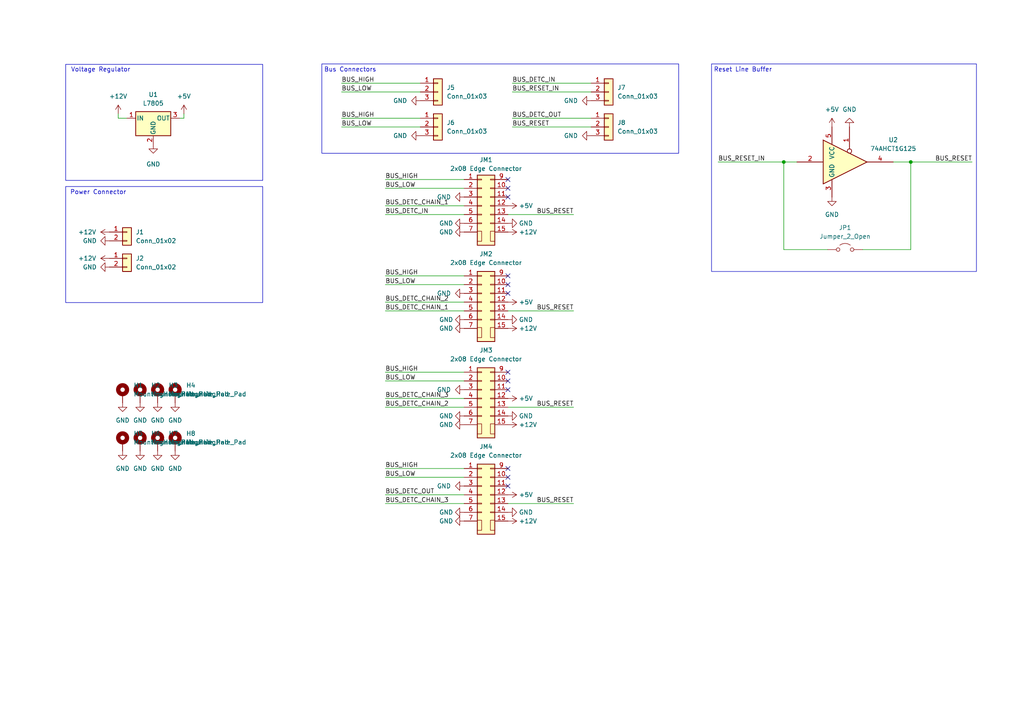
<source format=kicad_sch>
(kicad_sch (version 20250114) (generator "eeschema") (generator_version "9.0")
  (paper "A4")
  (title_block (title "Split-Flap Module Backplane") (date "2025-10-11") (rev "0") (company "Dennis Gunia www.dennisgunia.de"))
  (lib_symbols
    (symbol "74xGxx:74AHCT1G125"
      (property "Reference" "U" (at -2.54 3.81 0))
      (property "Value" "74AHCT1G125" (at 0 -3.81 0))
      (symbol "74AHCT1G125_0_1"
        (polyline (pts (xy -7.62 6.35) (xy -7.62 -6.35) (xy 5.08 0) (xy -7.62 6.35)) (stroke (width 0.254)) (fill (type background)))
      )
      (symbol "74AHCT1G125_1_1"
        (pin input line (at -15.24 0 0) (length 7.62) (name "~") (number "2"))
        (pin power_in line (at -5.08 10.16 270) (length 5.08) (name "VCC") (number "5"))
        (pin power_in line (at -5.08 -10.16 90) (length 5.08) (name "GND") (number "3"))
        (pin input inverted (at 0 10.16 270) (length 7.62) (name "~") (number "1"))
        (pin tri_state line (at 12.7 0 180) (length 7.62) (name "~") (number "4"))
      )
    )
    (symbol "Connector_Generic:Conn_01x02" (pin_names (offset 1.016) (hide yes))
      (property "Reference" "J" (at 0 2.54 0))
      (property "Value" "Conn_01x02" (at 0 -5.08 0))
      (symbol "Conn_01x02_1_1"
        (rectangle (start -1.27 1.27) (end 1.27 -3.81) (stroke (width 0.254)) (fill (type background)))
        (rectangle (start -1.27 0.127) (end 0 -0.127) (stroke (width 0.1524)))
        (rectangle (start -1.27 -2.413) (end 0 -2.667) (stroke (width 0.1524)))
        (pin passive line (at -5.08 0 0) (length 3.81) (name "Pin_1") (number "1"))
        (pin passive line (at -5.08 -2.54 0) (length 3.81) (name "Pin_2") (number "2"))
      )
    )
    (symbol "Connector_Generic:Conn_01x03" (pin_names (offset 1.016) (hide yes))
      (property "Reference" "J" (at 0 5.08 0))
      (property "Value" "Conn_01x03" (at 0 -5.08 0))
      (symbol "Conn_01x03_1_1"
        (rectangle (start -1.27 3.81) (end 1.27 -3.81) (stroke (width 0.254)) (fill (type background)))
        (rectangle (start -1.27 2.667) (end 0 2.413) (stroke (width 0.1524)))
        (rectangle (start -1.27 0.127) (end 0 -0.127) (stroke (width 0.1524)))
        (rectangle (start -1.27 -2.413) (end 0 -2.667) (stroke (width 0.1524)))
        (pin passive line (at -5.08 2.54 0) (length 3.81) (name "Pin_1") (number "1"))
        (pin passive line (at -5.08 0 0) (length 3.81) (name "Pin_2") (number "2"))
        (pin passive line (at -5.08 -2.54 0) (length 3.81) (name "Pin_3") (number "3"))
      )
    )
    (symbol "Connector_Generic:Conn_02x08_Top_Bottom" (pin_names (offset 1.016) (hide yes))
      (property "Reference" "J6" (at 1.27 13.335 0))
      (property "Value" "2x08 Edge Connector" (at 1.27 10.795 0))
      (symbol "Conn_02x08_Top_Bottom_1_1"
        (rectangle (start -1.27 8.89) (end 3.81 -11.43) (stroke (width 0.254)) (fill (type background)))
        (rectangle (start -1.27 7.747) (end 0 7.493) (stroke (width 0.1524)))
        (rectangle (start -1.27 5.207) (end 0 4.953) (stroke (width 0.1524)))
        (rectangle (start -1.27 2.667) (end 0 2.413) (stroke (width 0.1524)))
        (rectangle (start -1.27 0.127) (end 0 -0.127) (stroke (width 0.1524)))
        (rectangle (start -1.27 -2.413) (end 0 -2.667) (stroke (width 0.1524)))
        (rectangle (start -1.27 -4.953) (end 0 -5.207) (stroke (width 0.1524)))
        (rectangle (start -1.27 -7.366) (end 0 -10.287) (stroke (width 0.1524)))
        (rectangle (start 2.54 -7.366) (end 3.81 -10.287) (stroke (width 0.1524)))
        (rectangle (start 3.81 7.747) (end 2.54 7.493) (stroke (width 0.1524)))
        (rectangle (start 3.81 5.207) (end 2.54 4.953) (stroke (width 0.1524)))
        (rectangle (start 3.81 2.667) (end 2.54 2.413) (stroke (width 0.1524)))
        (rectangle (start 3.81 0.127) (end 2.54 -0.127) (stroke (width 0.1524)))
        (rectangle (start 3.81 -2.413) (end 2.54 -2.667) (stroke (width 0.1524)))
        (rectangle (start 3.81 -4.953) (end 2.54 -5.207) (stroke (width 0.1524)))
        (pin passive line (at -5.08 7.62 0) (length 3.81) (name "Pin_1") (number "1"))
        (pin passive line (at -5.08 5.08 0) (length 3.81) (name "Pin_2") (number "2"))
        (pin passive line (at -5.08 2.54 0) (length 3.81) (name "Pin_3") (number "3"))
        (pin passive line (at -5.08 0 0) (length 3.81) (name "Pin_4") (number "4"))
        (pin passive line (at -5.08 -2.54 0) (length 3.81) (name "Pin_5") (number "5"))
        (pin passive line (at -5.08 -5.08 0) (length 3.81) (name "Pin_6") (number "6"))
        (pin passive line (at -5.08 -7.62 0) (length 3.81) (name "Pin_7") (number "7"))
        (pin no_connect line (at -5.08 -10.16 0) (length 3.81) (hide yes) (name "Pin_8") (number "8"))
        (pin passive line (at 7.62 7.62 180) (length 3.81) (name "Pin_9") (number "9"))
        (pin passive line (at 7.62 5.08 180) (length 3.81) (name "Pin_10") (number "10"))
        (pin passive line (at 7.62 2.54 180) (length 3.81) (name "Pin_11") (number "11"))
        (pin passive line (at 7.62 0 180) (length 3.81) (name "Pin_12") (number "12"))
        (pin passive line (at 7.62 -2.54 180) (length 3.81) (name "Pin_13") (number "13"))
        (pin passive line (at 7.62 -5.08 180) (length 3.81) (name "Pin_14") (number "14"))
        (pin passive line (at 7.62 -7.62 180) (length 3.81) (name "Pin_15") (number "15"))
        (pin no_connect line (at 7.62 -10.16 180) (length 3.81) (hide yes) (name "Pin_16") (number "16"))
      )
    )
    (symbol "Jumper:Jumper_2_Open" (pin_numbers (hide yes)) (pin_names (offset 0) (hide yes))
      (property "Reference" "JP" (at 0 2.794 0))
      (property "Value" "Jumper_2_Open" (at 0 -2.286 0))
      (symbol "Jumper_2_Open_0_0"
        (circle (center -2.032 0) (radius 0.508))
        (circle (center 2.032 0) (radius 0.508))
      )
      (symbol "Jumper_2_Open_0_1"
        (arc (start -1.524 1.27) (mid 0 1.778) (end 1.524 1.27))
      )
      (symbol "Jumper_2_Open_1_1"
        (pin passive line (at -5.08 0 0) (length 2.54) (name "A") (number "1"))
        (pin passive line (at 5.08 0 180) (length 2.54) (name "B") (number "2"))
      )
    )
    (symbol "Mechanical:MountingHole_Pad" (pin_numbers (hide yes)) (pin_names (offset 1.016) (hide yes))
      (property "Reference" "H" (at 0 6.35 0))
      (property "Value" "MountingHole_Pad" (at 0 4.445 0))
      (symbol "MountingHole_Pad_0_1"
        (circle (center 0 1.27) (radius 1.27) (stroke (width 1.27)))
      )
      (symbol "MountingHole_Pad_1_1"
        (pin input line (at 0 -2.54 90) (length 2.54) (name "1") (number "1"))
      )
    )
    (symbol "Regulator_Linear:L7805" (pin_names (offset 0.254))
      (property "Reference" "U" (at -3.81 3.175 0))
      (property "Value" "L7805" (at 0 3.175 0))
      (symbol "L7805_0_1"
        (rectangle (start -5.08 1.905) (end 5.08 -5.08) (stroke (width 0.254)) (fill (type background)))
      )
      (symbol "L7805_1_1"
        (pin power_in line (at -7.62 0 0) (length 2.54) (name "IN") (number "1"))
        (pin power_in line (at 0 -7.62 90) (length 2.54) (name "GND") (number "2"))
        (pin power_out line (at 7.62 0 180) (length 2.54) (name "OUT") (number "3"))
      )
    )
    (symbol "power:+12V" (power) (pin_names (offset 0))
      (property "Value" "+12V" (at 0 3.556 0))
      (symbol "+12V_0_1"
        (polyline (pts (xy -0.762 1.27) (xy 0 2.54)))
        (polyline (pts (xy 0 2.54) (xy 0.762 1.27)))
        (polyline (pts (xy 0 0) (xy 0 2.54)))
      )
      (symbol "+12V_1_1"
        (pin power_in line (at 0 0 90) (length 0) (hide yes) (name "+12V") (number "1"))
      )
    )
    (symbol "power:+5V" (power) (pin_names (offset 0))
      (property "Value" "+5V" (at 0 3.556 0))
      (symbol "+5V_0_1"
        (polyline (pts (xy -0.762 1.27) (xy 0 2.54)))
        (polyline (pts (xy 0 2.54) (xy 0.762 1.27)))
        (polyline (pts (xy 0 0) (xy 0 2.54)))
      )
      (symbol "+5V_1_1"
        (pin power_in line (at 0 0 90) (length 0) (hide yes) (name "+5V") (number "1"))
      )
    )
    (symbol "power:GND" (power) (pin_names (offset 0))
      (property "Value" "GND" (at 0 -3.81 0))
      (symbol "GND_0_1"
        (polyline (pts (xy 0 0) (xy 0 -1.27) (xy 1.27 -1.27) (xy 0 -2.54) (xy -1.27 -1.27) (xy 0 -1.27)))
      )
      (symbol "GND_1_1"
        (pin power_in line (at 0 0 270) (length 0) (hide yes) (name "GND") (number "1"))
      )
    )
  )
  (rectangle (start 19.05 54.102) (end 76.2 87.757))
  (rectangle (start 19.05 18.669) (end 76.2 52.324))
  (rectangle (start 93.345 18.542) (end 196.85 44.45))
  (rectangle (start 206.375 18.542) (end 283.21 78.74))
  (text "Voltage Regulator\n" (at 29.21 20.32 0) (effects (font (size 1.27 1.27))))
  (text "Reset Line Buffer\n" (at 207.01 20.32 0) (effects (font (size 1.27 1.27)) (justify left)))
  (text "Power Connector" (at 20.32 55.88 0) (effects (font (size 1.27 1.27)) (justify left)))
  (text "Bus Connectors" (at 93.98 20.32 0) (effects (font (size 1.27 1.27)) (justify left)))
  (junction (at 227.33 46.99))
  (junction (at 264.16 46.99))
  (no_connect (at 147.32 140.97))
  (no_connect (at 147.32 52.07))
  (no_connect (at 147.32 110.49))
  (no_connect (at 147.32 107.95))
  (no_connect (at 147.32 82.55))
  (no_connect (at 147.32 54.61))
  (no_connect (at 147.32 57.15))
  (no_connect (at 147.32 113.03))
  (no_connect (at 147.32 80.01))
  (no_connect (at 147.32 85.09))
  (no_connect (at 147.32 138.43))
  (no_connect (at 147.32 135.89))
  (wire (pts (xy 111.76 138.43) (xy 134.62 138.43)))
  (wire (pts (xy 134.62 80.01) (xy 111.76 80.01)))
  (wire (pts (xy 171.45 24.13) (xy 148.59 24.13)))
  (wire (pts (xy 34.29 34.29) (xy 34.29 33.02)))
  (wire (pts (xy 227.33 72.39) (xy 227.33 46.99)))
  (wire (pts (xy 134.62 107.95) (xy 111.76 107.95)))
  (wire (pts (xy 134.62 52.07) (xy 111.76 52.07)))
  (wire (pts (xy 99.06 36.83) (xy 121.92 36.83)))
  (wire (pts (xy 264.16 46.99) (xy 259.08 46.99)))
  (wire (pts (xy 281.94 46.99) (xy 264.16 46.99)))
  (wire (pts (xy 134.62 115.57) (xy 111.76 115.57)))
  (wire (pts (xy 134.62 90.17) (xy 111.76 90.17)))
  (wire (pts (xy 148.59 26.67) (xy 171.45 26.67)))
  (wire (pts (xy 134.62 118.11) (xy 111.76 118.11)))
  (wire (pts (xy 240.03 72.39) (xy 227.33 72.39)))
  (wire (pts (xy 134.62 87.63) (xy 111.76 87.63)))
  (wire (pts (xy 111.76 82.55) (xy 134.62 82.55)))
  (wire (pts (xy 208.28 46.99) (xy 227.33 46.99)))
  (wire (pts (xy 147.32 146.05) (xy 166.37 146.05)))
  (wire (pts (xy 134.62 135.89) (xy 111.76 135.89)))
  (wire (pts (xy 99.06 26.67) (xy 121.92 26.67)))
  (wire (pts (xy 147.32 90.17) (xy 166.37 90.17)))
  (wire (pts (xy 147.32 118.11) (xy 166.37 118.11)))
  (wire (pts (xy 227.33 46.99) (xy 231.14 46.99)))
  (wire (pts (xy 134.62 62.23) (xy 111.76 62.23)))
  (wire (pts (xy 148.59 36.83) (xy 171.45 36.83)))
  (wire (pts (xy 53.34 34.29) (xy 53.34 33.02)))
  (wire (pts (xy 134.62 143.51) (xy 111.76 143.51)))
  (wire (pts (xy 111.76 54.61) (xy 134.62 54.61)))
  (wire (pts (xy 171.45 34.29) (xy 148.59 34.29)))
  (wire (pts (xy 250.19 72.39) (xy 264.16 72.39)))
  (wire (pts (xy 52.07 34.29) (xy 53.34 34.29)))
  (wire (pts (xy 147.32 62.23) (xy 166.37 62.23)))
  (wire (pts (xy 121.92 34.29) (xy 99.06 34.29)))
  (wire (pts (xy 36.83 34.29) (xy 34.29 34.29)))
  (wire (pts (xy 264.16 72.39) (xy 264.16 46.99)))
  (wire (pts (xy 121.92 24.13) (xy 99.06 24.13)))
  (wire (pts (xy 111.76 110.49) (xy 134.62 110.49)))
  (wire (pts (xy 134.62 146.05) (xy 111.76 146.05)))
  (wire (pts (xy 134.62 59.69) (xy 111.76 59.69)))
  (label "BUS_DETC_CHAIN_2" (at 111.76 118.11 0))
  (label "BUS_RESET" (at 166.37 118.11 180))
  (label "BUS_RESET" (at 166.37 90.17 180))
  (label "BUS_DETC_CHAIN_1" (at 111.76 90.17 0))
  (label "BUS_HIGH" (at 111.76 80.01 0))
  (label "BUS_HIGH" (at 111.76 107.95 0))
  (label "BUS_DETC_CHAIN_1" (at 111.76 59.69 0))
  (label "BUS_DETC_CHAIN_3" (at 111.76 115.57 0))
  (label "BUS_LOW" (at 111.76 138.43 0))
  (label "BUS_HIGH" (at 99.06 34.29 0))
  (label "BUS_RESET" (at 148.59 36.83 0))
  (label "BUS_DETC_OUT" (at 111.76 143.51 0))
  (label "BUS_LOW" (at 99.06 26.67 0))
  (label "BUS_DETC_IN" (at 148.59 24.13 0))
  (label "BUS_HIGH" (at 111.76 135.89 0))
  (label "BUS_DETC_CHAIN_2" (at 111.76 87.63 0))
  (label "BUS_LOW" (at 99.06 36.83 0))
  (label "BUS_LOW" (at 111.76 110.49 0))
  (label "BUS_RESET" (at 166.37 62.23 180))
  (label "BUS_LOW" (at 111.76 82.55 0))
  (label "BUS_HIGH" (at 99.06 24.13 0))
  (label "BUS_LOW" (at 111.76 54.61 0))
  (label "BUS_DETC_IN" (at 111.76 62.23 0))
  (label "BUS_RESET_IN" (at 208.28 46.99 0))
  (label "BUS_RESET" (at 166.37 146.05 180))
  (label "BUS_HIGH" (at 111.76 52.07 0))
  (label "BUS_RESET_IN" (at 148.59 26.67 0))
  (label "BUS_RESET" (at 281.94 46.99 180))
  (label "BUS_DETC_CHAIN_3" (at 111.76 146.05 0))
  (label "BUS_DETC_OUT" (at 148.59 34.29 0))
  (symbol (lib_id "Mechanical:MountingHole_Pad") (at 50.8 128.27 0) (unit 1)
    (property "Reference" "H8" (at 53.975 125.7299 0) (effects (justify left)))
    (property "Value" "MountingHole_Pad" (at 53.975 128.2699 0) (effects (justify left)))
    (property "Footprint" "MountingHole:MountingHole_2.7mm_M2.5_DIN965_Pad" (effects (hide yes)))
  )
  (symbol (lib_id "power:GND") (at 134.62 64.77 270) (unit 1)
    (property "Reference" "#PWR017" (effects (hide yes)))
    (property "Value" "GND" (at 131.445 64.77 90) (effects (justify right)))
  )
  (symbol (lib_id "power:+5V") (at 147.32 59.69 270) (unit 1)
    (property "Reference" "#PWR025" (effects (hide yes)))
    (property "Value" "+5V" (at 150.495 59.69 90) (effects (justify left)))
  )
  (symbol (lib_id "power:GND") (at 40.64 116.84 0) (unit 1)
    (property "Reference" "#PWR09" (effects (hide yes)))
    (property "Value" "GND" (at 40.64 121.92 0))
  )
  (symbol (lib_id "Mechanical:MountingHole_Pad") (at 50.8 114.3 0) (unit 1)
    (property "Reference" "H4" (at 53.975 111.7599 0) (effects (justify left)))
    (property "Value" "MountingHole_Pad" (at 53.975 114.2999 0) (effects (justify left)))
    (property "Footprint" "MountingHole:MountingHole_2.7mm_M2.5_DIN965_Pad" (effects (hide yes)))
  )
  (symbol (lib_id "power:+12V") (at 34.29 33.02 0) (unit 1)
    (property "Reference" "#PWR05" (effects (hide yes)))
    (property "Value" "+12V" (at 34.29 27.94 0))
  )
  (symbol (lib_id "power:+12V") (at 31.75 74.93 90) (unit 1)
    (property "Reference" "#PWR044" (effects (hide yes)))
    (property "Value" "+12V" (at 27.94 74.9299 90) (effects (justify left)))
  )
  (symbol (lib_id "Connector_Generic:Conn_02x08_Top_Bottom") (at 139.7 143.51 0) (unit 1)
    (property "Reference" "JM4" (at 140.97 129.54 0))
    (property "Value" "2x08 Edge Connector" (at 140.97 132.08 0))
    (property "Footprint" "Dennis:Card-Socket Flap Module" (effects (hide yes)))
  )
  (symbol (lib_id "power:GND") (at 35.56 116.84 0) (unit 1)
    (property "Reference" "#PWR08" (effects (hide yes)))
    (property "Value" "GND" (at 35.56 121.92 0))
  )
  (symbol (lib_id "power:GND") (at 134.62 120.65 270) (unit 1)
    (property "Reference" "#PWR029" (effects (hide yes)))
    (property "Value" "GND" (at 131.445 120.65 90) (effects (justify right)))
  )
  (symbol (lib_id "power:+5V") (at 147.32 143.51 270) (unit 1)
    (property "Reference" "#PWR037" (effects (hide yes)))
    (property "Value" "+5V" (at 150.495 143.51 90) (effects (justify left)))
  )
  (symbol (lib_id "power:GND") (at 134.62 67.31 270) (unit 1)
    (property "Reference" "#PWR024" (effects (hide yes)))
    (property "Value" "GND" (at 131.445 67.31 90) (effects (justify right)))
  )
  (symbol (lib_id "power:GND") (at 147.32 120.65 90) (unit 1)
    (property "Reference" "#PWR032" (effects (hide yes)))
    (property "Value" "GND" (at 150.495 120.65 90) (effects (justify right)))
  )
  (symbol (lib_id "power:+12V") (at 147.32 151.13 270) (unit 1)
    (property "Reference" "#PWR039" (effects (hide yes)))
    (property "Value" "+12V" (at 150.495 151.13 90) (effects (justify left)))
  )
  (symbol (lib_id "power:+5V") (at 147.32 87.63 270) (unit 1)
    (property "Reference" "#PWR019" (effects (hide yes)))
    (property "Value" "+5V" (at 150.495 87.63 90) (effects (justify left)))
  )
  (symbol (lib_id "Mechanical:MountingHole_Pad") (at 40.64 128.27 0) (unit 1)
    (property "Reference" "H6" (at 43.815 125.7299 0) (effects (justify left)))
    (property "Value" "MountingHole_Pad" (at 43.815 128.2699 0) (effects (justify left)))
    (property "Footprint" "MountingHole:MountingHole_2.7mm_M2.5_DIN965_Pad" (effects (hide yes)))
  )
  (symbol (lib_id "power:GND") (at 134.62 148.59 270) (unit 1)
    (property "Reference" "#PWR035" (effects (hide yes)))
    (property "Value" "GND" (at 131.445 148.59 90) (effects (justify right)))
  )
  (symbol (lib_id "power:GND") (at 45.72 116.84 0) (unit 1)
    (property "Reference" "#PWR010" (effects (hide yes)))
    (property "Value" "GND" (at 45.72 121.92 0))
  )
  (symbol (lib_id "power:GND") (at 147.32 92.71 90) (unit 1)
    (property "Reference" "#PWR022" (effects (hide yes)))
    (property "Value" "GND" (at 150.495 92.71 90) (effects (justify right)))
  )
  (symbol (lib_id "power:+12V") (at 31.75 67.31 90) (unit 1)
    (property "Reference" "#PWR03" (effects (hide yes)))
    (property "Value" "+12V" (at 27.94 67.3099 90) (effects (justify left)))
  )
  (symbol (lib_id "power:GND") (at 246.38 36.83 180) (unit 1)
    (property "Reference" "#PWR046" (effects (hide yes)))
    (property "Value" "GND" (at 246.38 31.75 0))
  )
  (symbol (lib_id "power:GND") (at 134.62 57.15 270) (unit 1)
    (property "Reference" "#PWR016" (effects (hide yes)))
    (property "Value" "GND" (at 130.81 57.15 90) (effects (justify right)))
  )
  (symbol (lib_id "power:GND") (at 134.62 85.09 270) (unit 1)
    (property "Reference" "#PWR023" (effects (hide yes)))
    (property "Value" "GND" (at 130.81 85.09 90) (effects (justify right)))
  )
  (symbol (lib_id "power:GND") (at 134.62 113.03 270) (unit 1)
    (property "Reference" "#PWR028" (effects (hide yes)))
    (property "Value" "GND" (at 130.81 113.03 90) (effects (justify right)))
  )
  (symbol (lib_id "power:GND") (at 121.92 39.37 270) (unit 1)
    (property "Reference" "#PWR041" (effects (hide yes)))
    (property "Value" "GND" (at 118.11 39.37 90) (effects (justify right)))
  )
  (symbol (lib_id "Connector_Generic:Conn_01x02") (at 36.83 74.93 0) (unit 1)
    (property "Reference" "J2" (at 39.37 74.9299 0) (effects (justify left)))
    (property "Value" "Conn_01x02" (at 39.37 77.4699 0) (effects (justify left)))
    (property "Footprint" "Connector_Phoenix_MSTB:PhoenixContact_MSTBA_2,5_2-G-5,08_1x02_P5.08mm_Horizontal" (effects (hide yes)))
    (property "Description" "Generic connector, single row, 01x02, script generated (kicad-library-utils/schlib/autogen/connector/)" (effects (hide yes)))
  )
  (symbol (lib_id "power:GND") (at 121.92 29.21 270) (unit 1)
    (property "Reference" "#PWR040" (effects (hide yes)))
    (property "Value" "GND" (at 118.11 29.21 90) (effects (justify right)))
  )
  (symbol (lib_id "Connector_Generic:Conn_01x02") (at 36.83 67.31 0) (unit 1)
    (property "Reference" "J1" (at 39.37 67.3099 0) (effects (justify left)))
    (property "Value" "Conn_01x02" (at 39.37 69.8499 0) (effects (justify left)))
    (property "Footprint" "Connector_Phoenix_MSTB:PhoenixContact_MSTBA_2,5_2-G-5,08_1x02_P5.08mm_Horizontal" (effects (hide yes)))
    (property "Description" "Generic connector, single row, 01x02, script generated (kicad-library-utils/schlib/autogen/connector/)" (effects (hide yes)))
  )
  (symbol (lib_id "Regulator_Linear:L7805") (at 44.45 34.29 0) (unit 1)
    (property "Reference" "U1" (at 44.45 27.432 0))
    (property "Value" "L7805" (at 44.45 29.972 0))
    (property "Footprint" "Package_TO_SOT_THT:TO-220-3_Horizontal_TabDown" (effects (hide yes)))
    (property "Datasheet" "http://www.st.com/content/ccc/resource/technical/document/datasheet/41/4f/b3/b0/12/d4/47/88/CD00000444.pdf/files/CD00000444.pdf/jcr:content/translations/en.CD00000444.pdf" (effects (hide yes)))
  )
  (symbol (lib_id "power:GND") (at 171.45 39.37 270) (unit 1)
    (property "Reference" "#PWR043" (effects (hide yes)))
    (property "Value" "GND" (at 167.64 39.37 90) (effects (justify right)))
  )
  (symbol (lib_id "Connector_Generic:Conn_02x08_Top_Bottom") (at 139.7 87.63 0) (unit 1)
    (property "Reference" "JM2" (at 140.97 73.66 0))
    (property "Value" "2x08 Edge Connector" (at 140.97 76.2 0))
    (property "Footprint" "Dennis:Card-Socket Flap Module" (effects (hide yes)))
  )
  (symbol (lib_id "power:GND") (at 241.3 57.15 0) (unit 1)
    (property "Reference" "#PWR01" (effects (hide yes)))
    (property "Value" "GND" (at 241.3 62.23 0))
  )
  (symbol (lib_id "power:GND") (at 171.45 29.21 270) (unit 1)
    (property "Reference" "#PWR042" (effects (hide yes)))
    (property "Value" "GND" (at 167.64 29.21 90) (effects (justify right)))
  )
  (symbol (lib_id "Mechanical:MountingHole_Pad") (at 35.56 128.27 0) (unit 1)
    (property "Reference" "H5" (at 38.735 125.7299 0) (effects (justify left)))
    (property "Value" "MountingHole_Pad" (at 38.735 128.2699 0) (effects (justify left)))
    (property "Footprint" "MountingHole:MountingHole_2.7mm_M2.5_DIN965_Pad" (effects (hide yes)))
  )
  (symbol (lib_id "power:+5V") (at 53.34 33.02 0) (unit 1)
    (property "Reference" "#PWR07" (effects (hide yes)))
    (property "Value" "+5V" (at 53.34 27.94 0))
  )
  (symbol (lib_id "power:+12V") (at 147.32 67.31 270) (unit 1)
    (property "Reference" "#PWR027" (effects (hide yes)))
    (property "Value" "+12V" (at 150.495 67.31 90) (effects (justify left)))
  )
  (symbol (lib_id "Mechanical:MountingHole_Pad") (at 45.72 114.3 0) (unit 1)
    (property "Reference" "H3" (at 48.895 111.7599 0) (effects (justify left)))
    (property "Value" "MountingHole_Pad" (at 48.895 114.2999 0) (effects (justify left)))
    (property "Footprint" "MountingHole:MountingHole_2.7mm_M2.5_DIN965_Pad" (effects (hide yes)))
  )
  (symbol (lib_id "Connector_Generic:Conn_01x03") (at 176.53 36.83 0) (unit 1)
    (property "Reference" "J8" (at 179.07 35.5599 0) (effects (justify left)))
    (property "Value" "Conn_01x03" (at 179.07 38.0999 0) (effects (justify left)))
    (property "Footprint" "Connector_Phoenix_MSTB:PhoenixContact_MSTBA_2,5_3-G-5,08_1x03_P5.08mm_Horizontal" (effects (hide yes)))
    (property "Description" "Generic connector, single row, 01x03, script generated (kicad-library-utils/schlib/autogen/connector/)" (effects (hide yes)))
  )
  (symbol (lib_id "power:GND") (at 31.75 77.47 270) (unit 1)
    (property "Reference" "#PWR045" (effects (hide yes)))
    (property "Value" "GND" (at 26.035 77.47 90))
  )
  (symbol (lib_id "power:GND") (at 134.62 151.13 270) (unit 1)
    (property "Reference" "#PWR036" (effects (hide yes)))
    (property "Value" "GND" (at 131.445 151.13 90) (effects (justify right)))
  )
  (symbol (lib_id "Connector_Generic:Conn_02x08_Top_Bottom") (at 139.7 115.57 0) (unit 1)
    (property "Reference" "JM3" (at 140.97 101.6 0))
    (property "Value" "2x08 Edge Connector" (at 140.97 104.14 0))
    (property "Footprint" "Dennis:Card-Socket Flap Module" (effects (hide yes)))
  )
  (symbol (lib_id "Connector_Generic:Conn_01x03") (at 127 36.83 0) (unit 1)
    (property "Reference" "J6" (at 129.54 35.5599 0) (effects (justify left)))
    (property "Value" "Conn_01x03" (at 129.54 38.0999 0) (effects (justify left)))
    (property "Footprint" "Connector_Phoenix_MSTB:PhoenixContact_MSTBA_2,5_3-G-5,08_1x03_P5.08mm_Horizontal" (effects (hide yes)))
    (property "Description" "Generic connector, single row, 01x03, script generated (kicad-library-utils/schlib/autogen/connector/)" (effects (hide yes)))
  )
  (symbol (lib_id "power:GND") (at 35.56 130.81 0) (unit 1)
    (property "Reference" "#PWR012" (effects (hide yes)))
    (property "Value" "GND" (at 35.56 135.89 0))
  )
  (symbol (lib_id "Mechanical:MountingHole_Pad") (at 45.72 128.27 0) (unit 1)
    (property "Reference" "H7" (at 48.895 125.7299 0) (effects (justify left)))
    (property "Value" "MountingHole_Pad" (at 48.895 128.2699 0) (effects (justify left)))
    (property "Footprint" "MountingHole:MountingHole_2.7mm_M2.5_DIN965_Pad" (effects (hide yes)))
  )
  (symbol (lib_id "power:+12V") (at 147.32 123.19 270) (unit 1)
    (property "Reference" "#PWR033" (effects (hide yes)))
    (property "Value" "+12V" (at 150.495 123.19 90) (effects (justify left)))
  )
  (symbol (lib_id "74xGxx:74AHCT1G125") (at 246.38 46.99 0) (unit 1)
    (property "Reference" "U2" (at 259.08 40.5698 0))
    (property "Value" "74AHCT1G125" (at 259.08 43.1098 0))
    (property "Footprint" "Package_TO_SOT_SMD:SOT-353_SC-70-5" (effects (hide yes)))
    (property "Datasheet" "http://www.ti.com/lit/sg/scyt129e/scyt129e.pdf" (effects (hide yes)))
    (property "Description" "Single Buffer Gate Tri-State, Low-Voltage CMOS" (effects (hide yes)))
  )
  (symbol (lib_id "Jumper:Jumper_2_Open") (at 245.11 72.39 0) (unit 1)
    (property "Reference" "JP1" (at 245.11 66.04 0))
    (property "Value" "Jumper_2_Open" (at 245.11 68.58 0))
    (property "Footprint" "Jumper:SolderJumper-2_P1.3mm_Open_Pad1.0x1.5mm" (effects (hide yes)))
    (property "Description" "Jumper, 2-pole, open" (effects (hide yes)))
  )
  (symbol (lib_id "power:GND") (at 134.62 123.19 270) (unit 1)
    (property "Reference" "#PWR030" (effects (hide yes)))
    (property "Value" "GND" (at 131.445 123.19 90) (effects (justify right)))
  )
  (symbol (lib_id "Mechanical:MountingHole_Pad") (at 35.56 114.3 0) (unit 1)
    (property "Reference" "H1" (at 38.735 111.7599 0) (effects (justify left)))
    (property "Value" "MountingHole_Pad" (at 38.735 114.2999 0) (effects (justify left)))
    (property "Footprint" "MountingHole:MountingHole_2.7mm_M2.5_DIN965_Pad" (effects (hide yes)))
  )
  (symbol (lib_id "power:+12V") (at 147.32 95.25 270) (unit 1)
    (property "Reference" "#PWR020" (effects (hide yes)))
    (property "Value" "+12V" (at 150.495 95.25 90) (effects (justify left)))
  )
  (symbol (lib_id "power:GND") (at 40.64 130.81 0) (unit 1)
    (property "Reference" "#PWR013" (effects (hide yes)))
    (property "Value" "GND" (at 40.64 135.89 0))
  )
  (symbol (lib_id "power:+5V") (at 241.3 36.83 0) (unit 1)
    (property "Reference" "#PWR02" (effects (hide yes)))
    (property "Value" "+5V" (at 241.3 31.75 0))
  )
  (symbol (lib_id "power:GND") (at 147.32 64.77 90) (unit 1)
    (property "Reference" "#PWR026" (effects (hide yes)))
    (property "Value" "GND" (at 150.495 64.77 90) (effects (justify right)))
  )
  (symbol (lib_id "power:GND") (at 134.62 140.97 270) (unit 1)
    (property "Reference" "#PWR034" (effects (hide yes)))
    (property "Value" "GND" (at 130.81 140.97 90) (effects (justify right)))
  )
  (symbol (lib_id "power:GND") (at 45.72 130.81 0) (unit 1)
    (property "Reference" "#PWR014" (effects (hide yes)))
    (property "Value" "GND" (at 45.72 135.89 0))
  )
  (symbol (lib_id "power:GND") (at 50.8 116.84 0) (unit 1)
    (property "Reference" "#PWR011" (effects (hide yes)))
    (property "Value" "GND" (at 50.8 121.92 0))
  )
  (symbol (lib_id "power:GND") (at 147.32 148.59 90) (unit 1)
    (property "Reference" "#PWR038" (effects (hide yes)))
    (property "Value" "GND" (at 150.495 148.59 90) (effects (justify right)))
  )
  (symbol (lib_id "power:GND") (at 31.75 69.85 270) (unit 1)
    (property "Reference" "#PWR04" (effects (hide yes)))
    (property "Value" "GND" (at 26.035 69.85 90))
  )
  (symbol (lib_id "Connector_Generic:Conn_02x08_Top_Bottom") (at 139.7 59.69 0) (unit 1)
    (property "Reference" "JM1" (at 140.97 46.355 0))
    (property "Value" "2x08 Edge Connector" (at 140.97 48.895 0))
    (property "Footprint" "Dennis:Card-Socket Flap Module" (effects (hide yes)))
  )
  (symbol (lib_id "Connector_Generic:Conn_01x03") (at 176.53 26.67 0) (unit 1)
    (property "Reference" "J7" (at 179.07 25.3999 0) (effects (justify left)))
    (property "Value" "Conn_01x03" (at 179.07 27.9399 0) (effects (justify left)))
    (property "Footprint" "Connector_Phoenix_MSTB:PhoenixContact_MSTBA_2,5_3-G-5,08_1x03_P5.08mm_Horizontal" (effects (hide yes)))
    (property "Description" "Generic connector, single row, 01x03, script generated (kicad-library-utils/schlib/autogen/connector/)" (effects (hide yes)))
  )
  (symbol (lib_id "power:GND") (at 44.45 41.91 0) (unit 1)
    (property "Reference" "#PWR06" (effects (hide yes)))
    (property "Value" "GND" (at 44.45 47.625 0))
  )
  (symbol (lib_id "power:+5V") (at 147.32 115.57 270) (unit 1)
    (property "Reference" "#PWR031" (effects (hide yes)))
    (property "Value" "+5V" (at 150.495 115.57 90) (effects (justify left)))
  )
  (symbol (lib_id "power:GND") (at 134.62 95.25 270) (unit 1)
    (property "Reference" "#PWR018" (effects (hide yes)))
    (property "Value" "GND" (at 131.445 95.25 90) (effects (justify right)))
  )
  (symbol (lib_id "power:GND") (at 50.8 130.81 0) (unit 1)
    (property "Reference" "#PWR015" (effects (hide yes)))
    (property "Value" "GND" (at 50.8 135.89 0))
  )
  (symbol (lib_id "Connector_Generic:Conn_01x03") (at 127 26.67 0) (unit 1)
    (property "Reference" "J5" (at 129.54 25.3999 0) (effects (justify left)))
    (property "Value" "Conn_01x03" (at 129.54 27.9399 0) (effects (justify left)))
    (property "Footprint" "Connector_Phoenix_MSTB:PhoenixContact_MSTBA_2,5_3-G-5,08_1x03_P5.08mm_Horizontal" (effects (hide yes)))
    (property "Description" "Generic connector, single row, 01x03, script generated (kicad-library-utils/schlib/autogen/connector/)" (effects (hide yes)))
  )
  (symbol (lib_id "Mechanical:MountingHole_Pad") (at 40.64 114.3 0) (unit 1)
    (property "Reference" "H2" (at 43.815 111.7599 0) (effects (justify left)))
    (property "Value" "MountingHole_Pad" (at 43.815 114.2999 0) (effects (justify left)))
    (property "Footprint" "MountingHole:MountingHole_2.7mm_M2.5_DIN965_Pad" (effects (hide yes)))
  )
  (symbol (lib_id "power:GND") (at 134.62 92.71 270) (unit 1)
    (property "Reference" "#PWR021" (effects (hide yes)))
    (property "Value" "GND" (at 131.445 92.71 90) (effects (justify right)))
  )
)
</source>
